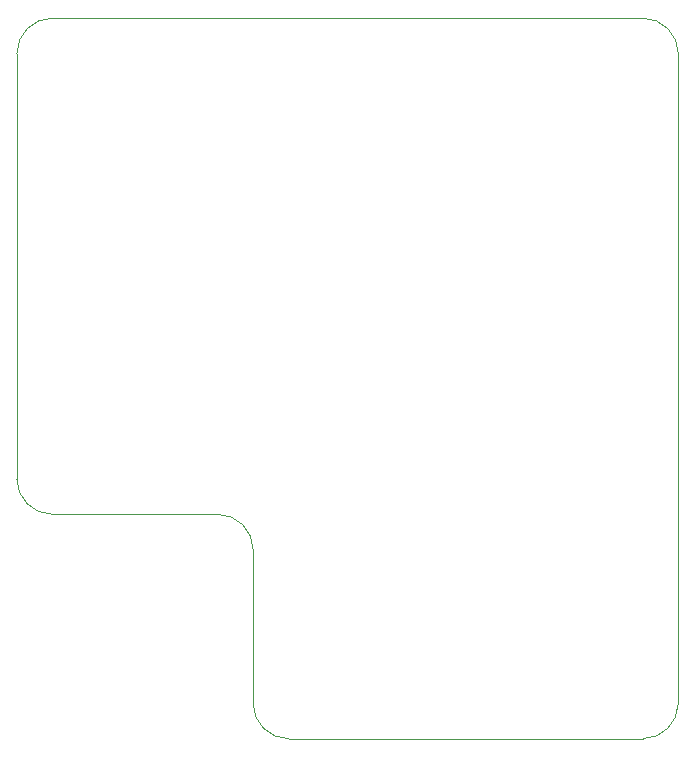
<source format=gm1>
%TF.GenerationSoftware,KiCad,Pcbnew,7.0.1*%
%TF.CreationDate,2023-05-21T03:30:21+02:00*%
%TF.ProjectId,Auto_plant_Backup,4175746f-5f70-46c6-916e-745f4261636b,rev?*%
%TF.SameCoordinates,Original*%
%TF.FileFunction,Profile,NP*%
%FSLAX46Y46*%
G04 Gerber Fmt 4.6, Leading zero omitted, Abs format (unit mm)*
G04 Created by KiCad (PCBNEW 7.0.1) date 2023-05-21 03:30:21*
%MOMM*%
%LPD*%
G01*
G04 APERTURE LIST*
%TA.AperFunction,Profile*%
%ADD10C,0.050000*%
%TD*%
G04 APERTURE END LIST*
D10*
X119000000Y-64000000D02*
G75*
G03*
X116000000Y-67000000I0J-3000000D01*
G01*
X116000000Y-103000000D02*
G75*
G03*
X119000000Y-106000000I3000000J0D01*
G01*
X169000000Y-125000000D02*
X139000000Y-125000000D01*
X119000000Y-106000000D02*
X133000000Y-106000000D01*
X116000000Y-67000000D02*
X116000000Y-103000000D01*
X136000000Y-109000000D02*
G75*
G03*
X133000000Y-106000000I-3000000J0D01*
G01*
X136000000Y-122000000D02*
G75*
G03*
X139000000Y-125000000I3000000J0D01*
G01*
X169000000Y-64000000D02*
X119000000Y-64000000D01*
X136000000Y-109000000D02*
X136000000Y-122000000D01*
X172000000Y-122000000D02*
X172000000Y-67000000D01*
X169000000Y-125000000D02*
G75*
G03*
X172000000Y-122000000I0J3000000D01*
G01*
X172000000Y-67000000D02*
G75*
G03*
X169000000Y-64000000I-3000000J0D01*
G01*
M02*

</source>
